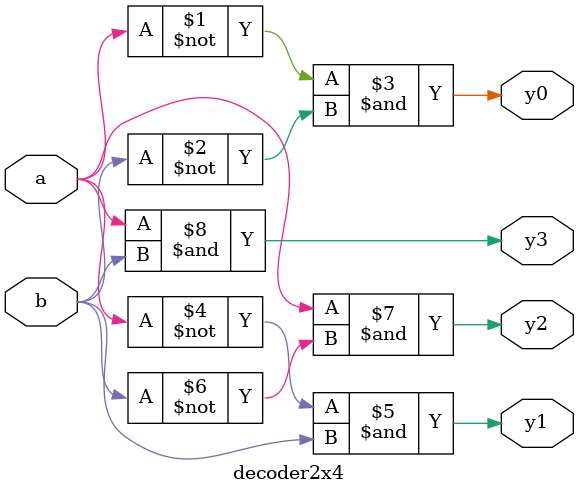
<source format=sv>

module decoder2x4(a,b,y0,y1,y2,y3);
  input wire a,b;
  output reg y0,y1,y2,y3;
  assign y0=(~a) & (~b);
   assign y1=(~a) & (b);
  assign y2=(a) & (~b);
   assign y3=(a) & (b);
endmodule

</source>
